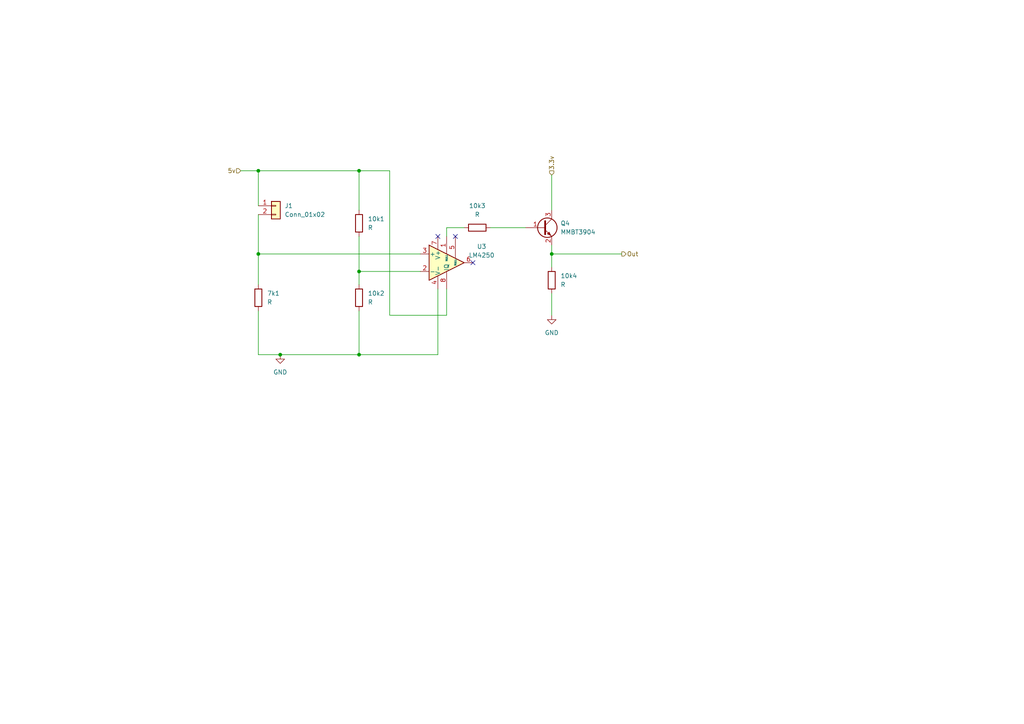
<source format=kicad_sch>
(kicad_sch (version 20211123) (generator eeschema)
  (paper "A4")
  (lib_symbols
    (symbol "Amplifier_Operational:LM4250" (pin_names (offset 0.127))
      (property "Reference" "U" (at 6.35 6.35 0))
      (property "Value" "LM4250" (at 5.08 3.81 0))
      (symbol "LM4250_0_1"
        (polyline (pts (xy -5.08 5.08) (xy 5.08 0) (xy -5.08 -5.08) (xy -5.08 5.08)) (stroke (width 0.254)) (fill (type background)))
      )
      (symbol "LM4250_1_1"
        (pin input line (at 0 7.62 270) (length 5.08) (name "NULL") (number "1"))
        (pin input line (at -7.62 -2.54 0) (length 2.54) (name "-") (number "2"))
        (pin input line (at -7.62 2.54 0) (length 2.54) (name "+") (number "3"))
        (pin power_in line (at -2.54 -7.62 90) (length 3.81) (name "V-") (number "4"))
        (pin input line (at 2.54 7.62 270) (length 6.35) (name "NULL") (number "5"))
        (pin output line (at 7.62 0 180) (length 2.54) (name "~") (number "6"))
        (pin power_in line (at -2.54 7.62 270) (length 3.81) (name "V+") (number "7"))
        (pin input line (at 0 -7.62 90) (length 5.08) (name "IQ") (number "8"))
      )
    )
    (symbol "Connector_Generic:Conn_01x02" (pin_names (offset 1.016) hide)
      (property "Reference" "J" (at 0 2.54 0))
      (property "Value" "Conn_01x02" (at 0 -5.08 0))
      (symbol "Conn_01x02_1_1"
        (rectangle (start -1.27 -2.413) (end 0 -2.667) (stroke (width 0.1524)))
        (rectangle (start -1.27 0.127) (end 0 -0.127) (stroke (width 0.1524)))
        (rectangle (start -1.27 1.27) (end 1.27 -3.81) (stroke (width 0.254)) (fill (type background)))
        (pin passive line (at -5.08 0 0) (length 3.81) (name "Pin_1") (number "1"))
        (pin passive line (at -5.08 -2.54 0) (length 3.81) (name "Pin_2") (number "2"))
      )
    )
    (symbol "Device:R" (pin_numbers hide) (pin_names (offset 0))
      (property "Reference" "R" (at 2.032 0 90))
      (property "Value" "R" (at 0 0 90))
      (symbol "R_0_1"
        (rectangle (start -1.016 -2.54) (end 1.016 2.54) (stroke (width 0.254)))
      )
      (symbol "R_1_1"
        (pin passive line (at 0 3.81 270) (length 1.27) (name "~") (number "1"))
        (pin passive line (at 0 -3.81 90) (length 1.27) (name "~") (number "2"))
      )
    )
    (symbol "Transistor_BJT:MMBT3904" (pin_names (offset 0) hide)
      (property "Reference" "Q" (at 5.08 1.905 0))
      (property "Value" "MMBT3904" (at 5.08 0 0))
      (symbol "MMBT3904_0_1"
        (polyline (pts (xy 0.635 0.635) (xy 2.54 2.54)))
        (polyline (pts (xy 0.635 -0.635) (xy 2.54 -2.54) (xy 2.54 -2.54)))
        (polyline (pts (xy 0.635 1.905) (xy 0.635 -1.905) (xy 0.635 -1.905)) (stroke (width 0.508)))
        (polyline (pts (xy 1.27 -1.778) (xy 1.778 -1.27) (xy 2.286 -2.286) (xy 1.27 -1.778) (xy 1.27 -1.778)) (fill (type outline)))
        (circle (center 1.27 0) (radius 2.8194) (stroke (width 0.254)))
      )
      (symbol "MMBT3904_1_1"
        (pin input line (at -5.08 0 0) (length 5.715) (name "B") (number "1"))
        (pin passive line (at 2.54 -5.08 90) (length 2.54) (name "E") (number "2"))
        (pin passive line (at 2.54 5.08 270) (length 2.54) (name "C") (number "3"))
      )
    )
    (symbol "power:GND" (power) (pin_names (offset 0))
      (property "Value" "GND" (at 0 -3.81 0))
      (symbol "GND_0_1"
        (polyline (pts (xy 0 0) (xy 0 -1.27) (xy 1.27 -1.27) (xy 0 -2.54) (xy -1.27 -1.27) (xy 0 -1.27)))
      )
      (symbol "GND_1_1"
        (pin power_in line (at 0 0 270) (length 0) hide (name "GND") (number "1"))
      )
    )
  )
  (junction (at 74.93 73.66))
  (junction (at 74.93 49.53))
  (junction (at 104.14 78.74))
  (junction (at 104.14 49.53))
  (junction (at 160.02 73.66))
  (junction (at 104.14 102.87))
  (junction (at 81.28 102.87))
  (no_connect (at 127 68.58))
  (no_connect (at 132.08 68.58))
  (no_connect (at 137.16 76.2))
  (wire (pts (xy 160.02 71.12) (xy 160.02 73.66)))
  (wire (pts (xy 127 83.82) (xy 127 102.87)))
  (wire (pts (xy 74.93 62.23) (xy 74.93 73.66)))
  (wire (pts (xy 104.14 90.17) (xy 104.14 102.87)))
  (wire (pts (xy 160.02 73.66) (xy 180.34 73.66)))
  (wire (pts (xy 129.54 66.04) (xy 134.62 66.04)))
  (wire (pts (xy 104.14 49.53) (xy 113.03 49.53)))
  (wire (pts (xy 74.93 102.87) (xy 74.93 90.17)))
  (wire (pts (xy 160.02 85.09) (xy 160.02 91.44)))
  (wire (pts (xy 104.14 78.74) (xy 104.14 82.55)))
  (wire (pts (xy 81.28 102.87) (xy 74.93 102.87)))
  (wire (pts (xy 74.93 73.66) (xy 121.92 73.66)))
  (wire (pts (xy 129.54 91.44) (xy 113.03 91.44)))
  (wire (pts (xy 104.14 60.96) (xy 104.14 49.53)))
  (wire (pts (xy 104.14 78.74) (xy 121.92 78.74)))
  (wire (pts (xy 74.93 49.53) (xy 104.14 49.53)))
  (wire (pts (xy 104.14 68.58) (xy 104.14 78.74)))
  (wire (pts (xy 142.24 66.04) (xy 152.4 66.04)))
  (wire (pts (xy 127 102.87) (xy 104.14 102.87)))
  (wire (pts (xy 129.54 83.82) (xy 129.54 91.44)))
  (wire (pts (xy 129.54 68.58) (xy 129.54 66.04)))
  (wire (pts (xy 113.03 91.44) (xy 113.03 49.53)))
  (wire (pts (xy 160.02 73.66) (xy 160.02 77.47)))
  (wire (pts (xy 81.28 102.87) (xy 104.14 102.87)))
  (wire (pts (xy 74.93 73.66) (xy 74.93 82.55)))
  (wire (pts (xy 74.93 59.69) (xy 74.93 49.53)))
  (wire (pts (xy 160.02 50.8) (xy 160.02 60.96)))
  (wire (pts (xy 69.85 49.53) (xy 74.93 49.53)))
  (hierarchical_label "Out" (shape output) (at 180.34 73.66 0))
  (hierarchical_label "5v" (shape input) (at 69.85 49.53 180))
  (hierarchical_label "3.3v" (shape input) (at 160.02 50.8 90))
  (symbol (lib_id "power:GND") (at 160.02 91.44 0) (unit 1)
    (property "Reference" "#PWR0109" (effects hide))
    (property "Value" "GND" (at 160.02 96.52 0))
  )
  (symbol (lib_id "power:GND") (at 81.28 102.87 0) (unit 1)
    (property "Reference" "#PWR024" (effects hide))
    (property "Value" "GND" (at 81.28 107.95 0))
  )
  (symbol (lib_id "Connector_Generic:Conn_01x02") (at 80.01 59.69 0) (unit 1)
    (property "Reference" "J1" (at 82.55 59.6899 0) (effects (justify left)))
    (property "Value" "Conn_01x02" (at 82.55 62.23 0) (effects (justify left)))
    (property "Footprint" "Connector_JST:JST_EH_B2B-EH-A_1x02_P2.50mm_Vertical" (effects hide))
  )
  (symbol (lib_id "Amplifier_Operational:LM4250") (at 129.54 76.2 0) (unit 1)
    (property "Reference" "U3" (at 139.7 71.501 0))
    (property "Value" "LM4250" (at 139.7 74.041 0))
    (property "Footprint" "Package_DFN_QFN:DFN-8-1EP_2x2mm_P0.5mm_EP1.05x1.75mm" (effects hide))
    (property "Datasheet" "http://www.ti.com/lit/ds/symlink/lm4250.pdf" (effects hide))
  )
  (symbol (lib_id "Transistor_BJT:MMBT3904") (at 157.48 66.04 0) (unit 1)
    (property "Reference" "Q4" (at 162.56 64.7699 0) (effects (justify left)))
    (property "Value" "MMBT3904" (at 162.56 67.3099 0) (effects (justify left)))
    (property "Footprint" "Package_TO_SOT_SMD:SOT-23" (effects hide))
    (property "Datasheet" "https://www.onsemi.com/pub/Collateral/2N3903-D.PDF" (effects hide))
  )
  (symbol (lib_id "Device:R") (at 104.14 86.36 0) (unit 1)
    (property "Reference" "10k2" (at 106.68 85.0899 0) (effects (justify left)))
    (property "Value" "R" (at 106.68 87.6299 0) (effects (justify left)))
    (property "Footprint" "Resistor_SMD:R_0603_1608Metric_Pad0.98x0.95mm_HandSolder" (effects hide))
  )
  (symbol (lib_id "Device:R") (at 138.43 66.04 90) (unit 1)
    (property "Reference" "10k3" (at 138.43 59.69 90))
    (property "Value" "R" (at 138.43 62.23 90))
    (property "Footprint" "Resistor_SMD:R_0603_1608Metric_Pad0.98x0.95mm_HandSolder" (effects hide))
  )
  (symbol (lib_id "Device:R") (at 74.93 86.36 0) (unit 1)
    (property "Reference" "7k1" (at 77.47 85.0899 0) (effects (justify left)))
    (property "Value" "R" (at 77.47 87.6299 0) (effects (justify left)))
    (property "Footprint" "Resistor_SMD:R_0603_1608Metric_Pad0.98x0.95mm_HandSolder" (effects hide))
  )
  (symbol (lib_id "Device:R") (at 104.14 64.77 0) (unit 1)
    (property "Reference" "10k1" (at 106.68 63.4999 0) (effects (justify left)))
    (property "Value" "R" (at 106.68 66.0399 0) (effects (justify left)))
    (property "Footprint" "Resistor_SMD:R_0603_1608Metric_Pad0.98x0.95mm_HandSolder" (effects hide))
  )
  (symbol (lib_id "Device:R") (at 160.02 81.28 0) (unit 1)
    (property "Reference" "10k4" (at 162.56 80.0099 0) (effects (justify left)))
    (property "Value" "R" (at 162.56 82.5499 0) (effects (justify left)))
    (property "Footprint" "Resistor_SMD:R_0603_1608Metric_Pad0.98x0.95mm_HandSolder" (effects hide))
  )
)
</source>
